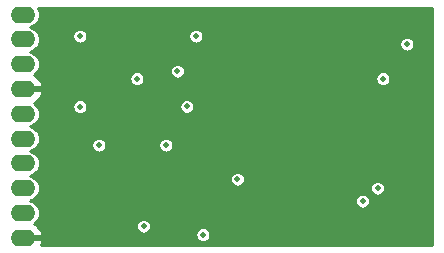
<source format=gbr>
%TF.GenerationSoftware,KiCad,Pcbnew,(5.1.9)-1*%
%TF.CreationDate,2022-04-05T10:11:24-05:00*%
%TF.ProjectId,iPod Bluetooth I2C Bridge,69506f64-2042-46c7-9565-746f6f746820,rev?*%
%TF.SameCoordinates,Original*%
%TF.FileFunction,Copper,L3,Inr*%
%TF.FilePolarity,Positive*%
%FSLAX46Y46*%
G04 Gerber Fmt 4.6, Leading zero omitted, Abs format (unit mm)*
G04 Created by KiCad (PCBNEW (5.1.9)-1) date 2022-04-05 10:11:24*
%MOMM*%
%LPD*%
G01*
G04 APERTURE LIST*
%TA.AperFunction,ComponentPad*%
%ADD10O,2.100000X1.400000*%
%TD*%
%TA.AperFunction,ViaPad*%
%ADD11C,0.508000*%
%TD*%
%TA.AperFunction,Conductor*%
%ADD12C,0.254000*%
%TD*%
%TA.AperFunction,Conductor*%
%ADD13C,0.100000*%
%TD*%
G04 APERTURE END LIST*
D10*
%TO.N,GND*%
%TO.C,J1*%
X34417000Y-49920000D03*
%TO.N,IIS_BCLK_1v8*%
X34417000Y-47820000D03*
%TO.N,IIS_WS_1v8*%
X34417000Y-45720000D03*
%TO.N,IIS_SD_1v8*%
X34417000Y-43620000D03*
%TO.N,RX*%
X34417000Y-41520000D03*
%TO.N,TX*%
X34417000Y-39420000D03*
%TO.N,GND*%
X34417000Y-37320000D03*
%TO.N,ESP_BOOT*%
X34417000Y-35220000D03*
%TO.N,RST*%
X34417000Y-33120000D03*
%TO.N,+BATT*%
X34417000Y-31020000D03*
%TD*%
D11*
%TO.N,+BATT*%
X39242948Y-38820000D03*
%TO.N,GND*%
X39242948Y-39878052D03*
X61341000Y-41656000D03*
X59817000Y-41656000D03*
X59461400Y-38633400D03*
X62001400Y-41224200D03*
X60579000Y-41808400D03*
X61696600Y-38633400D03*
X59156600Y-41224200D03*
X62509400Y-40665400D03*
X58648600Y-40665400D03*
X68326000Y-33528000D03*
X40386000Y-35814000D03*
X68250026Y-47041026D03*
X42754000Y-48940000D03*
X49022000Y-33782000D03*
X48345007Y-39919993D03*
X52705000Y-34798000D03*
X43053158Y-43307000D03*
X44196000Y-43307000D03*
X39242948Y-33909052D03*
%TO.N,+3V3*%
X66929000Y-33528000D03*
X52577984Y-44958000D03*
X44622000Y-48940050D03*
X49063983Y-32851017D03*
X46523976Y-42079010D03*
X47498000Y-35814000D03*
%TO.N,+1V8*%
X40851990Y-42079010D03*
X48283020Y-38800990D03*
%TO.N,TX*%
X64440024Y-45720000D03*
%TO.N,RX*%
X63170000Y-46812000D03*
%TO.N,+BATT*%
X39242948Y-32851000D03*
%TO.N,ESP_BOOT*%
X49657000Y-49657000D03*
%TO.N,RST*%
X44069004Y-36449000D03*
X64897000Y-36449000D03*
%TD*%
D12*
%TO.N,GND*%
X69088000Y-50569000D02*
X35938881Y-50569000D01*
X35947569Y-50556090D01*
X36048980Y-50313550D01*
X36059716Y-50253329D01*
X35936374Y-50047000D01*
X34544000Y-50047000D01*
X34544000Y-50067000D01*
X34290000Y-50067000D01*
X34290000Y-50047000D01*
X34270000Y-50047000D01*
X34270000Y-49793000D01*
X34290000Y-49793000D01*
X34290000Y-49773000D01*
X34544000Y-49773000D01*
X34544000Y-49793000D01*
X35936374Y-49793000D01*
X36055060Y-49594458D01*
X49022000Y-49594458D01*
X49022000Y-49719542D01*
X49046403Y-49842223D01*
X49094271Y-49957785D01*
X49163764Y-50061789D01*
X49252211Y-50150236D01*
X49356215Y-50219729D01*
X49471777Y-50267597D01*
X49594458Y-50292000D01*
X49719542Y-50292000D01*
X49842223Y-50267597D01*
X49957785Y-50219729D01*
X50061789Y-50150236D01*
X50150236Y-50061789D01*
X50219729Y-49957785D01*
X50267597Y-49842223D01*
X50292000Y-49719542D01*
X50292000Y-49594458D01*
X50267597Y-49471777D01*
X50219729Y-49356215D01*
X50150236Y-49252211D01*
X50061789Y-49163764D01*
X49957785Y-49094271D01*
X49842223Y-49046403D01*
X49719542Y-49022000D01*
X49594458Y-49022000D01*
X49471777Y-49046403D01*
X49356215Y-49094271D01*
X49252211Y-49163764D01*
X49163764Y-49252211D01*
X49094271Y-49356215D01*
X49046403Y-49471777D01*
X49022000Y-49594458D01*
X36055060Y-49594458D01*
X36059716Y-49586671D01*
X36048980Y-49526450D01*
X35947569Y-49283910D01*
X35800790Y-49065815D01*
X35614283Y-48880545D01*
X35609705Y-48877508D01*
X43987000Y-48877508D01*
X43987000Y-49002592D01*
X44011403Y-49125273D01*
X44059271Y-49240835D01*
X44128764Y-49344839D01*
X44217211Y-49433286D01*
X44321215Y-49502779D01*
X44436777Y-49550647D01*
X44559458Y-49575050D01*
X44684542Y-49575050D01*
X44807223Y-49550647D01*
X44922785Y-49502779D01*
X45026789Y-49433286D01*
X45115236Y-49344839D01*
X45184729Y-49240835D01*
X45232597Y-49125273D01*
X45257000Y-49002592D01*
X45257000Y-48877508D01*
X45232597Y-48754827D01*
X45184729Y-48639265D01*
X45115236Y-48535261D01*
X45026789Y-48446814D01*
X44922785Y-48377321D01*
X44807223Y-48329453D01*
X44684542Y-48305050D01*
X44559458Y-48305050D01*
X44436777Y-48329453D01*
X44321215Y-48377321D01*
X44217211Y-48446814D01*
X44128764Y-48535261D01*
X44059271Y-48639265D01*
X44011403Y-48754827D01*
X43987000Y-48877508D01*
X35609705Y-48877508D01*
X35395215Y-48735221D01*
X35368462Y-48724244D01*
X35370477Y-48723167D01*
X35535081Y-48588081D01*
X35670167Y-48423477D01*
X35770546Y-48235682D01*
X35832358Y-48031913D01*
X35853230Y-47820000D01*
X35832358Y-47608087D01*
X35770546Y-47404318D01*
X35670167Y-47216523D01*
X35535081Y-47051919D01*
X35370477Y-46916833D01*
X35182682Y-46816454D01*
X35029542Y-46770000D01*
X35097260Y-46749458D01*
X62535000Y-46749458D01*
X62535000Y-46874542D01*
X62559403Y-46997223D01*
X62607271Y-47112785D01*
X62676764Y-47216789D01*
X62765211Y-47305236D01*
X62869215Y-47374729D01*
X62984777Y-47422597D01*
X63107458Y-47447000D01*
X63232542Y-47447000D01*
X63355223Y-47422597D01*
X63470785Y-47374729D01*
X63574789Y-47305236D01*
X63663236Y-47216789D01*
X63732729Y-47112785D01*
X63780597Y-46997223D01*
X63805000Y-46874542D01*
X63805000Y-46749458D01*
X63780597Y-46626777D01*
X63732729Y-46511215D01*
X63663236Y-46407211D01*
X63574789Y-46318764D01*
X63470785Y-46249271D01*
X63355223Y-46201403D01*
X63232542Y-46177000D01*
X63107458Y-46177000D01*
X62984777Y-46201403D01*
X62869215Y-46249271D01*
X62765211Y-46318764D01*
X62676764Y-46407211D01*
X62607271Y-46511215D01*
X62559403Y-46626777D01*
X62535000Y-46749458D01*
X35097260Y-46749458D01*
X35182682Y-46723546D01*
X35370477Y-46623167D01*
X35535081Y-46488081D01*
X35670167Y-46323477D01*
X35770546Y-46135682D01*
X35832358Y-45931913D01*
X35853230Y-45720000D01*
X35847071Y-45657458D01*
X63805024Y-45657458D01*
X63805024Y-45782542D01*
X63829427Y-45905223D01*
X63877295Y-46020785D01*
X63946788Y-46124789D01*
X64035235Y-46213236D01*
X64139239Y-46282729D01*
X64254801Y-46330597D01*
X64377482Y-46355000D01*
X64502566Y-46355000D01*
X64625247Y-46330597D01*
X64740809Y-46282729D01*
X64844813Y-46213236D01*
X64933260Y-46124789D01*
X65002753Y-46020785D01*
X65050621Y-45905223D01*
X65075024Y-45782542D01*
X65075024Y-45657458D01*
X65050621Y-45534777D01*
X65002753Y-45419215D01*
X64933260Y-45315211D01*
X64844813Y-45226764D01*
X64740809Y-45157271D01*
X64625247Y-45109403D01*
X64502566Y-45085000D01*
X64377482Y-45085000D01*
X64254801Y-45109403D01*
X64139239Y-45157271D01*
X64035235Y-45226764D01*
X63946788Y-45315211D01*
X63877295Y-45419215D01*
X63829427Y-45534777D01*
X63805024Y-45657458D01*
X35847071Y-45657458D01*
X35832358Y-45508087D01*
X35770546Y-45304318D01*
X35670167Y-45116523D01*
X35535081Y-44951919D01*
X35466283Y-44895458D01*
X51942984Y-44895458D01*
X51942984Y-45020542D01*
X51967387Y-45143223D01*
X52015255Y-45258785D01*
X52084748Y-45362789D01*
X52173195Y-45451236D01*
X52277199Y-45520729D01*
X52392761Y-45568597D01*
X52515442Y-45593000D01*
X52640526Y-45593000D01*
X52763207Y-45568597D01*
X52878769Y-45520729D01*
X52982773Y-45451236D01*
X53071220Y-45362789D01*
X53140713Y-45258785D01*
X53188581Y-45143223D01*
X53212984Y-45020542D01*
X53212984Y-44895458D01*
X53188581Y-44772777D01*
X53140713Y-44657215D01*
X53071220Y-44553211D01*
X52982773Y-44464764D01*
X52878769Y-44395271D01*
X52763207Y-44347403D01*
X52640526Y-44323000D01*
X52515442Y-44323000D01*
X52392761Y-44347403D01*
X52277199Y-44395271D01*
X52173195Y-44464764D01*
X52084748Y-44553211D01*
X52015255Y-44657215D01*
X51967387Y-44772777D01*
X51942984Y-44895458D01*
X35466283Y-44895458D01*
X35370477Y-44816833D01*
X35182682Y-44716454D01*
X35029542Y-44670000D01*
X35182682Y-44623546D01*
X35370477Y-44523167D01*
X35535081Y-44388081D01*
X35670167Y-44223477D01*
X35770546Y-44035682D01*
X35832358Y-43831913D01*
X35853230Y-43620000D01*
X35832358Y-43408087D01*
X35770546Y-43204318D01*
X35670167Y-43016523D01*
X35535081Y-42851919D01*
X35370477Y-42716833D01*
X35182682Y-42616454D01*
X35029542Y-42570000D01*
X35182682Y-42523546D01*
X35370477Y-42423167D01*
X35535081Y-42288081D01*
X35670167Y-42123477D01*
X35727364Y-42016468D01*
X40216990Y-42016468D01*
X40216990Y-42141552D01*
X40241393Y-42264233D01*
X40289261Y-42379795D01*
X40358754Y-42483799D01*
X40447201Y-42572246D01*
X40551205Y-42641739D01*
X40666767Y-42689607D01*
X40789448Y-42714010D01*
X40914532Y-42714010D01*
X41037213Y-42689607D01*
X41152775Y-42641739D01*
X41256779Y-42572246D01*
X41345226Y-42483799D01*
X41414719Y-42379795D01*
X41462587Y-42264233D01*
X41486990Y-42141552D01*
X41486990Y-42016468D01*
X45888976Y-42016468D01*
X45888976Y-42141552D01*
X45913379Y-42264233D01*
X45961247Y-42379795D01*
X46030740Y-42483799D01*
X46119187Y-42572246D01*
X46223191Y-42641739D01*
X46338753Y-42689607D01*
X46461434Y-42714010D01*
X46586518Y-42714010D01*
X46709199Y-42689607D01*
X46824761Y-42641739D01*
X46928765Y-42572246D01*
X47017212Y-42483799D01*
X47086705Y-42379795D01*
X47134573Y-42264233D01*
X47158976Y-42141552D01*
X47158976Y-42016468D01*
X47134573Y-41893787D01*
X47086705Y-41778225D01*
X47017212Y-41674221D01*
X46928765Y-41585774D01*
X46824761Y-41516281D01*
X46709199Y-41468413D01*
X46586518Y-41444010D01*
X46461434Y-41444010D01*
X46338753Y-41468413D01*
X46223191Y-41516281D01*
X46119187Y-41585774D01*
X46030740Y-41674221D01*
X45961247Y-41778225D01*
X45913379Y-41893787D01*
X45888976Y-42016468D01*
X41486990Y-42016468D01*
X41462587Y-41893787D01*
X41414719Y-41778225D01*
X41345226Y-41674221D01*
X41256779Y-41585774D01*
X41152775Y-41516281D01*
X41037213Y-41468413D01*
X40914532Y-41444010D01*
X40789448Y-41444010D01*
X40666767Y-41468413D01*
X40551205Y-41516281D01*
X40447201Y-41585774D01*
X40358754Y-41674221D01*
X40289261Y-41778225D01*
X40241393Y-41893787D01*
X40216990Y-42016468D01*
X35727364Y-42016468D01*
X35770546Y-41935682D01*
X35832358Y-41731913D01*
X35853230Y-41520000D01*
X35832358Y-41308087D01*
X35770546Y-41104318D01*
X35670167Y-40916523D01*
X35535081Y-40751919D01*
X35370477Y-40616833D01*
X35182682Y-40516454D01*
X35029542Y-40470000D01*
X35182682Y-40423546D01*
X35370477Y-40323167D01*
X35535081Y-40188081D01*
X35670167Y-40023477D01*
X35770546Y-39835682D01*
X35832358Y-39631913D01*
X35853230Y-39420000D01*
X35832358Y-39208087D01*
X35770546Y-39004318D01*
X35670167Y-38816523D01*
X35621694Y-38757458D01*
X38607948Y-38757458D01*
X38607948Y-38882542D01*
X38632351Y-39005223D01*
X38680219Y-39120785D01*
X38749712Y-39224789D01*
X38838159Y-39313236D01*
X38942163Y-39382729D01*
X39057725Y-39430597D01*
X39180406Y-39455000D01*
X39305490Y-39455000D01*
X39428171Y-39430597D01*
X39543733Y-39382729D01*
X39647737Y-39313236D01*
X39736184Y-39224789D01*
X39805677Y-39120785D01*
X39853545Y-39005223D01*
X39877948Y-38882542D01*
X39877948Y-38757458D01*
X39874167Y-38738448D01*
X47648020Y-38738448D01*
X47648020Y-38863532D01*
X47672423Y-38986213D01*
X47720291Y-39101775D01*
X47789784Y-39205779D01*
X47878231Y-39294226D01*
X47982235Y-39363719D01*
X48097797Y-39411587D01*
X48220478Y-39435990D01*
X48345562Y-39435990D01*
X48468243Y-39411587D01*
X48583805Y-39363719D01*
X48687809Y-39294226D01*
X48776256Y-39205779D01*
X48845749Y-39101775D01*
X48893617Y-38986213D01*
X48918020Y-38863532D01*
X48918020Y-38738448D01*
X48893617Y-38615767D01*
X48845749Y-38500205D01*
X48776256Y-38396201D01*
X48687809Y-38307754D01*
X48583805Y-38238261D01*
X48468243Y-38190393D01*
X48345562Y-38165990D01*
X48220478Y-38165990D01*
X48097797Y-38190393D01*
X47982235Y-38238261D01*
X47878231Y-38307754D01*
X47789784Y-38396201D01*
X47720291Y-38500205D01*
X47672423Y-38615767D01*
X47648020Y-38738448D01*
X39874167Y-38738448D01*
X39853545Y-38634777D01*
X39805677Y-38519215D01*
X39736184Y-38415211D01*
X39647737Y-38326764D01*
X39543733Y-38257271D01*
X39428171Y-38209403D01*
X39305490Y-38185000D01*
X39180406Y-38185000D01*
X39057725Y-38209403D01*
X38942163Y-38257271D01*
X38838159Y-38326764D01*
X38749712Y-38415211D01*
X38680219Y-38519215D01*
X38632351Y-38634777D01*
X38607948Y-38757458D01*
X35621694Y-38757458D01*
X35535081Y-38651919D01*
X35370477Y-38516833D01*
X35368462Y-38515756D01*
X35395215Y-38504779D01*
X35614283Y-38359455D01*
X35800790Y-38174185D01*
X35947569Y-37956090D01*
X36048980Y-37713550D01*
X36059716Y-37653329D01*
X35936374Y-37447000D01*
X34544000Y-37447000D01*
X34544000Y-37467000D01*
X34290000Y-37467000D01*
X34290000Y-37447000D01*
X34270000Y-37447000D01*
X34270000Y-37193000D01*
X34290000Y-37193000D01*
X34290000Y-37173000D01*
X34544000Y-37173000D01*
X34544000Y-37193000D01*
X35936374Y-37193000D01*
X36059716Y-36986671D01*
X36048980Y-36926450D01*
X35947569Y-36683910D01*
X35800790Y-36465815D01*
X35720904Y-36386458D01*
X43434004Y-36386458D01*
X43434004Y-36511542D01*
X43458407Y-36634223D01*
X43506275Y-36749785D01*
X43575768Y-36853789D01*
X43664215Y-36942236D01*
X43768219Y-37011729D01*
X43883781Y-37059597D01*
X44006462Y-37084000D01*
X44131546Y-37084000D01*
X44254227Y-37059597D01*
X44369789Y-37011729D01*
X44473793Y-36942236D01*
X44562240Y-36853789D01*
X44631733Y-36749785D01*
X44679601Y-36634223D01*
X44704004Y-36511542D01*
X44704004Y-36386458D01*
X44679601Y-36263777D01*
X44631733Y-36148215D01*
X44562240Y-36044211D01*
X44473793Y-35955764D01*
X44369789Y-35886271D01*
X44254227Y-35838403D01*
X44131546Y-35814000D01*
X44006462Y-35814000D01*
X43883781Y-35838403D01*
X43768219Y-35886271D01*
X43664215Y-35955764D01*
X43575768Y-36044211D01*
X43506275Y-36148215D01*
X43458407Y-36263777D01*
X43434004Y-36386458D01*
X35720904Y-36386458D01*
X35614283Y-36280545D01*
X35395215Y-36135221D01*
X35368462Y-36124244D01*
X35370477Y-36123167D01*
X35535081Y-35988081D01*
X35670167Y-35823477D01*
X35708662Y-35751458D01*
X46863000Y-35751458D01*
X46863000Y-35876542D01*
X46887403Y-35999223D01*
X46935271Y-36114785D01*
X47004764Y-36218789D01*
X47093211Y-36307236D01*
X47197215Y-36376729D01*
X47312777Y-36424597D01*
X47435458Y-36449000D01*
X47560542Y-36449000D01*
X47683223Y-36424597D01*
X47775297Y-36386458D01*
X64262000Y-36386458D01*
X64262000Y-36511542D01*
X64286403Y-36634223D01*
X64334271Y-36749785D01*
X64403764Y-36853789D01*
X64492211Y-36942236D01*
X64596215Y-37011729D01*
X64711777Y-37059597D01*
X64834458Y-37084000D01*
X64959542Y-37084000D01*
X65082223Y-37059597D01*
X65197785Y-37011729D01*
X65301789Y-36942236D01*
X65390236Y-36853789D01*
X65459729Y-36749785D01*
X65507597Y-36634223D01*
X65532000Y-36511542D01*
X65532000Y-36386458D01*
X65507597Y-36263777D01*
X65459729Y-36148215D01*
X65390236Y-36044211D01*
X65301789Y-35955764D01*
X65197785Y-35886271D01*
X65082223Y-35838403D01*
X64959542Y-35814000D01*
X64834458Y-35814000D01*
X64711777Y-35838403D01*
X64596215Y-35886271D01*
X64492211Y-35955764D01*
X64403764Y-36044211D01*
X64334271Y-36148215D01*
X64286403Y-36263777D01*
X64262000Y-36386458D01*
X47775297Y-36386458D01*
X47798785Y-36376729D01*
X47902789Y-36307236D01*
X47991236Y-36218789D01*
X48060729Y-36114785D01*
X48108597Y-35999223D01*
X48133000Y-35876542D01*
X48133000Y-35751458D01*
X48108597Y-35628777D01*
X48060729Y-35513215D01*
X47991236Y-35409211D01*
X47902789Y-35320764D01*
X47798785Y-35251271D01*
X47683223Y-35203403D01*
X47560542Y-35179000D01*
X47435458Y-35179000D01*
X47312777Y-35203403D01*
X47197215Y-35251271D01*
X47093211Y-35320764D01*
X47004764Y-35409211D01*
X46935271Y-35513215D01*
X46887403Y-35628777D01*
X46863000Y-35751458D01*
X35708662Y-35751458D01*
X35770546Y-35635682D01*
X35832358Y-35431913D01*
X35853230Y-35220000D01*
X35832358Y-35008087D01*
X35770546Y-34804318D01*
X35670167Y-34616523D01*
X35535081Y-34451919D01*
X35370477Y-34316833D01*
X35182682Y-34216454D01*
X35029542Y-34170000D01*
X35182682Y-34123546D01*
X35370477Y-34023167D01*
X35535081Y-33888081D01*
X35670167Y-33723477D01*
X35770546Y-33535682D01*
X35832358Y-33331913D01*
X35853230Y-33120000D01*
X35832358Y-32908087D01*
X35796070Y-32788458D01*
X38607948Y-32788458D01*
X38607948Y-32913542D01*
X38632351Y-33036223D01*
X38680219Y-33151785D01*
X38749712Y-33255789D01*
X38838159Y-33344236D01*
X38942163Y-33413729D01*
X39057725Y-33461597D01*
X39180406Y-33486000D01*
X39305490Y-33486000D01*
X39428171Y-33461597D01*
X39543733Y-33413729D01*
X39647737Y-33344236D01*
X39736184Y-33255789D01*
X39805677Y-33151785D01*
X39853545Y-33036223D01*
X39877948Y-32913542D01*
X39877948Y-32788475D01*
X48428983Y-32788475D01*
X48428983Y-32913559D01*
X48453386Y-33036240D01*
X48501254Y-33151802D01*
X48570747Y-33255806D01*
X48659194Y-33344253D01*
X48763198Y-33413746D01*
X48878760Y-33461614D01*
X49001441Y-33486017D01*
X49126525Y-33486017D01*
X49229881Y-33465458D01*
X66294000Y-33465458D01*
X66294000Y-33590542D01*
X66318403Y-33713223D01*
X66366271Y-33828785D01*
X66435764Y-33932789D01*
X66524211Y-34021236D01*
X66628215Y-34090729D01*
X66743777Y-34138597D01*
X66866458Y-34163000D01*
X66991542Y-34163000D01*
X67114223Y-34138597D01*
X67229785Y-34090729D01*
X67333789Y-34021236D01*
X67422236Y-33932789D01*
X67491729Y-33828785D01*
X67539597Y-33713223D01*
X67564000Y-33590542D01*
X67564000Y-33465458D01*
X67539597Y-33342777D01*
X67491729Y-33227215D01*
X67422236Y-33123211D01*
X67333789Y-33034764D01*
X67229785Y-32965271D01*
X67114223Y-32917403D01*
X66991542Y-32893000D01*
X66866458Y-32893000D01*
X66743777Y-32917403D01*
X66628215Y-32965271D01*
X66524211Y-33034764D01*
X66435764Y-33123211D01*
X66366271Y-33227215D01*
X66318403Y-33342777D01*
X66294000Y-33465458D01*
X49229881Y-33465458D01*
X49249206Y-33461614D01*
X49364768Y-33413746D01*
X49468772Y-33344253D01*
X49557219Y-33255806D01*
X49626712Y-33151802D01*
X49674580Y-33036240D01*
X49698983Y-32913559D01*
X49698983Y-32788475D01*
X49674580Y-32665794D01*
X49626712Y-32550232D01*
X49557219Y-32446228D01*
X49468772Y-32357781D01*
X49364768Y-32288288D01*
X49249206Y-32240420D01*
X49126525Y-32216017D01*
X49001441Y-32216017D01*
X48878760Y-32240420D01*
X48763198Y-32288288D01*
X48659194Y-32357781D01*
X48570747Y-32446228D01*
X48501254Y-32550232D01*
X48453386Y-32665794D01*
X48428983Y-32788475D01*
X39877948Y-32788475D01*
X39877948Y-32788458D01*
X39853545Y-32665777D01*
X39805677Y-32550215D01*
X39736184Y-32446211D01*
X39647737Y-32357764D01*
X39543733Y-32288271D01*
X39428171Y-32240403D01*
X39305490Y-32216000D01*
X39180406Y-32216000D01*
X39057725Y-32240403D01*
X38942163Y-32288271D01*
X38838159Y-32357764D01*
X38749712Y-32446211D01*
X38680219Y-32550215D01*
X38632351Y-32665777D01*
X38607948Y-32788458D01*
X35796070Y-32788458D01*
X35770546Y-32704318D01*
X35670167Y-32516523D01*
X35535081Y-32351919D01*
X35370477Y-32216833D01*
X35182682Y-32116454D01*
X35029542Y-32070000D01*
X35182682Y-32023546D01*
X35370477Y-31923167D01*
X35535081Y-31788081D01*
X35670167Y-31623477D01*
X35770546Y-31435682D01*
X35832358Y-31231913D01*
X35853230Y-31020000D01*
X35832358Y-30808087D01*
X35770546Y-30604318D01*
X35677905Y-30431000D01*
X69088000Y-30431000D01*
X69088000Y-50569000D01*
%TA.AperFunction,Conductor*%
D13*
G36*
X69088000Y-50569000D02*
G01*
X35938881Y-50569000D01*
X35947569Y-50556090D01*
X36048980Y-50313550D01*
X36059716Y-50253329D01*
X35936374Y-50047000D01*
X34544000Y-50047000D01*
X34544000Y-50067000D01*
X34290000Y-50067000D01*
X34290000Y-50047000D01*
X34270000Y-50047000D01*
X34270000Y-49793000D01*
X34290000Y-49793000D01*
X34290000Y-49773000D01*
X34544000Y-49773000D01*
X34544000Y-49793000D01*
X35936374Y-49793000D01*
X36055060Y-49594458D01*
X49022000Y-49594458D01*
X49022000Y-49719542D01*
X49046403Y-49842223D01*
X49094271Y-49957785D01*
X49163764Y-50061789D01*
X49252211Y-50150236D01*
X49356215Y-50219729D01*
X49471777Y-50267597D01*
X49594458Y-50292000D01*
X49719542Y-50292000D01*
X49842223Y-50267597D01*
X49957785Y-50219729D01*
X50061789Y-50150236D01*
X50150236Y-50061789D01*
X50219729Y-49957785D01*
X50267597Y-49842223D01*
X50292000Y-49719542D01*
X50292000Y-49594458D01*
X50267597Y-49471777D01*
X50219729Y-49356215D01*
X50150236Y-49252211D01*
X50061789Y-49163764D01*
X49957785Y-49094271D01*
X49842223Y-49046403D01*
X49719542Y-49022000D01*
X49594458Y-49022000D01*
X49471777Y-49046403D01*
X49356215Y-49094271D01*
X49252211Y-49163764D01*
X49163764Y-49252211D01*
X49094271Y-49356215D01*
X49046403Y-49471777D01*
X49022000Y-49594458D01*
X36055060Y-49594458D01*
X36059716Y-49586671D01*
X36048980Y-49526450D01*
X35947569Y-49283910D01*
X35800790Y-49065815D01*
X35614283Y-48880545D01*
X35609705Y-48877508D01*
X43987000Y-48877508D01*
X43987000Y-49002592D01*
X44011403Y-49125273D01*
X44059271Y-49240835D01*
X44128764Y-49344839D01*
X44217211Y-49433286D01*
X44321215Y-49502779D01*
X44436777Y-49550647D01*
X44559458Y-49575050D01*
X44684542Y-49575050D01*
X44807223Y-49550647D01*
X44922785Y-49502779D01*
X45026789Y-49433286D01*
X45115236Y-49344839D01*
X45184729Y-49240835D01*
X45232597Y-49125273D01*
X45257000Y-49002592D01*
X45257000Y-48877508D01*
X45232597Y-48754827D01*
X45184729Y-48639265D01*
X45115236Y-48535261D01*
X45026789Y-48446814D01*
X44922785Y-48377321D01*
X44807223Y-48329453D01*
X44684542Y-48305050D01*
X44559458Y-48305050D01*
X44436777Y-48329453D01*
X44321215Y-48377321D01*
X44217211Y-48446814D01*
X44128764Y-48535261D01*
X44059271Y-48639265D01*
X44011403Y-48754827D01*
X43987000Y-48877508D01*
X35609705Y-48877508D01*
X35395215Y-48735221D01*
X35368462Y-48724244D01*
X35370477Y-48723167D01*
X35535081Y-48588081D01*
X35670167Y-48423477D01*
X35770546Y-48235682D01*
X35832358Y-48031913D01*
X35853230Y-47820000D01*
X35832358Y-47608087D01*
X35770546Y-47404318D01*
X35670167Y-47216523D01*
X35535081Y-47051919D01*
X35370477Y-46916833D01*
X35182682Y-46816454D01*
X35029542Y-46770000D01*
X35097260Y-46749458D01*
X62535000Y-46749458D01*
X62535000Y-46874542D01*
X62559403Y-46997223D01*
X62607271Y-47112785D01*
X62676764Y-47216789D01*
X62765211Y-47305236D01*
X62869215Y-47374729D01*
X62984777Y-47422597D01*
X63107458Y-47447000D01*
X63232542Y-47447000D01*
X63355223Y-47422597D01*
X63470785Y-47374729D01*
X63574789Y-47305236D01*
X63663236Y-47216789D01*
X63732729Y-47112785D01*
X63780597Y-46997223D01*
X63805000Y-46874542D01*
X63805000Y-46749458D01*
X63780597Y-46626777D01*
X63732729Y-46511215D01*
X63663236Y-46407211D01*
X63574789Y-46318764D01*
X63470785Y-46249271D01*
X63355223Y-46201403D01*
X63232542Y-46177000D01*
X63107458Y-46177000D01*
X62984777Y-46201403D01*
X62869215Y-46249271D01*
X62765211Y-46318764D01*
X62676764Y-46407211D01*
X62607271Y-46511215D01*
X62559403Y-46626777D01*
X62535000Y-46749458D01*
X35097260Y-46749458D01*
X35182682Y-46723546D01*
X35370477Y-46623167D01*
X35535081Y-46488081D01*
X35670167Y-46323477D01*
X35770546Y-46135682D01*
X35832358Y-45931913D01*
X35853230Y-45720000D01*
X35847071Y-45657458D01*
X63805024Y-45657458D01*
X63805024Y-45782542D01*
X63829427Y-45905223D01*
X63877295Y-46020785D01*
X63946788Y-46124789D01*
X64035235Y-46213236D01*
X64139239Y-46282729D01*
X64254801Y-46330597D01*
X64377482Y-46355000D01*
X64502566Y-46355000D01*
X64625247Y-46330597D01*
X64740809Y-46282729D01*
X64844813Y-46213236D01*
X64933260Y-46124789D01*
X65002753Y-46020785D01*
X65050621Y-45905223D01*
X65075024Y-45782542D01*
X65075024Y-45657458D01*
X65050621Y-45534777D01*
X65002753Y-45419215D01*
X64933260Y-45315211D01*
X64844813Y-45226764D01*
X64740809Y-45157271D01*
X64625247Y-45109403D01*
X64502566Y-45085000D01*
X64377482Y-45085000D01*
X64254801Y-45109403D01*
X64139239Y-45157271D01*
X64035235Y-45226764D01*
X63946788Y-45315211D01*
X63877295Y-45419215D01*
X63829427Y-45534777D01*
X63805024Y-45657458D01*
X35847071Y-45657458D01*
X35832358Y-45508087D01*
X35770546Y-45304318D01*
X35670167Y-45116523D01*
X35535081Y-44951919D01*
X35466283Y-44895458D01*
X51942984Y-44895458D01*
X51942984Y-45020542D01*
X51967387Y-45143223D01*
X52015255Y-45258785D01*
X52084748Y-45362789D01*
X52173195Y-45451236D01*
X52277199Y-45520729D01*
X52392761Y-45568597D01*
X52515442Y-45593000D01*
X52640526Y-45593000D01*
X52763207Y-45568597D01*
X52878769Y-45520729D01*
X52982773Y-45451236D01*
X53071220Y-45362789D01*
X53140713Y-45258785D01*
X53188581Y-45143223D01*
X53212984Y-45020542D01*
X53212984Y-44895458D01*
X53188581Y-44772777D01*
X53140713Y-44657215D01*
X53071220Y-44553211D01*
X52982773Y-44464764D01*
X52878769Y-44395271D01*
X52763207Y-44347403D01*
X52640526Y-44323000D01*
X52515442Y-44323000D01*
X52392761Y-44347403D01*
X52277199Y-44395271D01*
X52173195Y-44464764D01*
X52084748Y-44553211D01*
X52015255Y-44657215D01*
X51967387Y-44772777D01*
X51942984Y-44895458D01*
X35466283Y-44895458D01*
X35370477Y-44816833D01*
X35182682Y-44716454D01*
X35029542Y-44670000D01*
X35182682Y-44623546D01*
X35370477Y-44523167D01*
X35535081Y-44388081D01*
X35670167Y-44223477D01*
X35770546Y-44035682D01*
X35832358Y-43831913D01*
X35853230Y-43620000D01*
X35832358Y-43408087D01*
X35770546Y-43204318D01*
X35670167Y-43016523D01*
X35535081Y-42851919D01*
X35370477Y-42716833D01*
X35182682Y-42616454D01*
X35029542Y-42570000D01*
X35182682Y-42523546D01*
X35370477Y-42423167D01*
X35535081Y-42288081D01*
X35670167Y-42123477D01*
X35727364Y-42016468D01*
X40216990Y-42016468D01*
X40216990Y-42141552D01*
X40241393Y-42264233D01*
X40289261Y-42379795D01*
X40358754Y-42483799D01*
X40447201Y-42572246D01*
X40551205Y-42641739D01*
X40666767Y-42689607D01*
X40789448Y-42714010D01*
X40914532Y-42714010D01*
X41037213Y-42689607D01*
X41152775Y-42641739D01*
X41256779Y-42572246D01*
X41345226Y-42483799D01*
X41414719Y-42379795D01*
X41462587Y-42264233D01*
X41486990Y-42141552D01*
X41486990Y-42016468D01*
X45888976Y-42016468D01*
X45888976Y-42141552D01*
X45913379Y-42264233D01*
X45961247Y-42379795D01*
X46030740Y-42483799D01*
X46119187Y-42572246D01*
X46223191Y-42641739D01*
X46338753Y-42689607D01*
X46461434Y-42714010D01*
X46586518Y-42714010D01*
X46709199Y-42689607D01*
X46824761Y-42641739D01*
X46928765Y-42572246D01*
X47017212Y-42483799D01*
X47086705Y-42379795D01*
X47134573Y-42264233D01*
X47158976Y-42141552D01*
X47158976Y-42016468D01*
X47134573Y-41893787D01*
X47086705Y-41778225D01*
X47017212Y-41674221D01*
X46928765Y-41585774D01*
X46824761Y-41516281D01*
X46709199Y-41468413D01*
X46586518Y-41444010D01*
X46461434Y-41444010D01*
X46338753Y-41468413D01*
X46223191Y-41516281D01*
X46119187Y-41585774D01*
X46030740Y-41674221D01*
X45961247Y-41778225D01*
X45913379Y-41893787D01*
X45888976Y-42016468D01*
X41486990Y-42016468D01*
X41462587Y-41893787D01*
X41414719Y-41778225D01*
X41345226Y-41674221D01*
X41256779Y-41585774D01*
X41152775Y-41516281D01*
X41037213Y-41468413D01*
X40914532Y-41444010D01*
X40789448Y-41444010D01*
X40666767Y-41468413D01*
X40551205Y-41516281D01*
X40447201Y-41585774D01*
X40358754Y-41674221D01*
X40289261Y-41778225D01*
X40241393Y-41893787D01*
X40216990Y-42016468D01*
X35727364Y-42016468D01*
X35770546Y-41935682D01*
X35832358Y-41731913D01*
X35853230Y-41520000D01*
X35832358Y-41308087D01*
X35770546Y-41104318D01*
X35670167Y-40916523D01*
X35535081Y-40751919D01*
X35370477Y-40616833D01*
X35182682Y-40516454D01*
X35029542Y-40470000D01*
X35182682Y-40423546D01*
X35370477Y-40323167D01*
X35535081Y-40188081D01*
X35670167Y-40023477D01*
X35770546Y-39835682D01*
X35832358Y-39631913D01*
X35853230Y-39420000D01*
X35832358Y-39208087D01*
X35770546Y-39004318D01*
X35670167Y-38816523D01*
X35621694Y-38757458D01*
X38607948Y-38757458D01*
X38607948Y-38882542D01*
X38632351Y-39005223D01*
X38680219Y-39120785D01*
X38749712Y-39224789D01*
X38838159Y-39313236D01*
X38942163Y-39382729D01*
X39057725Y-39430597D01*
X39180406Y-39455000D01*
X39305490Y-39455000D01*
X39428171Y-39430597D01*
X39543733Y-39382729D01*
X39647737Y-39313236D01*
X39736184Y-39224789D01*
X39805677Y-39120785D01*
X39853545Y-39005223D01*
X39877948Y-38882542D01*
X39877948Y-38757458D01*
X39874167Y-38738448D01*
X47648020Y-38738448D01*
X47648020Y-38863532D01*
X47672423Y-38986213D01*
X47720291Y-39101775D01*
X47789784Y-39205779D01*
X47878231Y-39294226D01*
X47982235Y-39363719D01*
X48097797Y-39411587D01*
X48220478Y-39435990D01*
X48345562Y-39435990D01*
X48468243Y-39411587D01*
X48583805Y-39363719D01*
X48687809Y-39294226D01*
X48776256Y-39205779D01*
X48845749Y-39101775D01*
X48893617Y-38986213D01*
X48918020Y-38863532D01*
X48918020Y-38738448D01*
X48893617Y-38615767D01*
X48845749Y-38500205D01*
X48776256Y-38396201D01*
X48687809Y-38307754D01*
X48583805Y-38238261D01*
X48468243Y-38190393D01*
X48345562Y-38165990D01*
X48220478Y-38165990D01*
X48097797Y-38190393D01*
X47982235Y-38238261D01*
X47878231Y-38307754D01*
X47789784Y-38396201D01*
X47720291Y-38500205D01*
X47672423Y-38615767D01*
X47648020Y-38738448D01*
X39874167Y-38738448D01*
X39853545Y-38634777D01*
X39805677Y-38519215D01*
X39736184Y-38415211D01*
X39647737Y-38326764D01*
X39543733Y-38257271D01*
X39428171Y-38209403D01*
X39305490Y-38185000D01*
X39180406Y-38185000D01*
X39057725Y-38209403D01*
X38942163Y-38257271D01*
X38838159Y-38326764D01*
X38749712Y-38415211D01*
X38680219Y-38519215D01*
X38632351Y-38634777D01*
X38607948Y-38757458D01*
X35621694Y-38757458D01*
X35535081Y-38651919D01*
X35370477Y-38516833D01*
X35368462Y-38515756D01*
X35395215Y-38504779D01*
X35614283Y-38359455D01*
X35800790Y-38174185D01*
X35947569Y-37956090D01*
X36048980Y-37713550D01*
X36059716Y-37653329D01*
X35936374Y-37447000D01*
X34544000Y-37447000D01*
X34544000Y-37467000D01*
X34290000Y-37467000D01*
X34290000Y-37447000D01*
X34270000Y-37447000D01*
X34270000Y-37193000D01*
X34290000Y-37193000D01*
X34290000Y-37173000D01*
X34544000Y-37173000D01*
X34544000Y-37193000D01*
X35936374Y-37193000D01*
X36059716Y-36986671D01*
X36048980Y-36926450D01*
X35947569Y-36683910D01*
X35800790Y-36465815D01*
X35720904Y-36386458D01*
X43434004Y-36386458D01*
X43434004Y-36511542D01*
X43458407Y-36634223D01*
X43506275Y-36749785D01*
X43575768Y-36853789D01*
X43664215Y-36942236D01*
X43768219Y-37011729D01*
X43883781Y-37059597D01*
X44006462Y-37084000D01*
X44131546Y-37084000D01*
X44254227Y-37059597D01*
X44369789Y-37011729D01*
X44473793Y-36942236D01*
X44562240Y-36853789D01*
X44631733Y-36749785D01*
X44679601Y-36634223D01*
X44704004Y-36511542D01*
X44704004Y-36386458D01*
X44679601Y-36263777D01*
X44631733Y-36148215D01*
X44562240Y-36044211D01*
X44473793Y-35955764D01*
X44369789Y-35886271D01*
X44254227Y-35838403D01*
X44131546Y-35814000D01*
X44006462Y-35814000D01*
X43883781Y-35838403D01*
X43768219Y-35886271D01*
X43664215Y-35955764D01*
X43575768Y-36044211D01*
X43506275Y-36148215D01*
X43458407Y-36263777D01*
X43434004Y-36386458D01*
X35720904Y-36386458D01*
X35614283Y-36280545D01*
X35395215Y-36135221D01*
X35368462Y-36124244D01*
X35370477Y-36123167D01*
X35535081Y-35988081D01*
X35670167Y-35823477D01*
X35708662Y-35751458D01*
X46863000Y-35751458D01*
X46863000Y-35876542D01*
X46887403Y-35999223D01*
X46935271Y-36114785D01*
X47004764Y-36218789D01*
X47093211Y-36307236D01*
X47197215Y-36376729D01*
X47312777Y-36424597D01*
X47435458Y-36449000D01*
X47560542Y-36449000D01*
X47683223Y-36424597D01*
X47775297Y-36386458D01*
X64262000Y-36386458D01*
X64262000Y-36511542D01*
X64286403Y-36634223D01*
X64334271Y-36749785D01*
X64403764Y-36853789D01*
X64492211Y-36942236D01*
X64596215Y-37011729D01*
X64711777Y-37059597D01*
X64834458Y-37084000D01*
X64959542Y-37084000D01*
X65082223Y-37059597D01*
X65197785Y-37011729D01*
X65301789Y-36942236D01*
X65390236Y-36853789D01*
X65459729Y-36749785D01*
X65507597Y-36634223D01*
X65532000Y-36511542D01*
X65532000Y-36386458D01*
X65507597Y-36263777D01*
X65459729Y-36148215D01*
X65390236Y-36044211D01*
X65301789Y-35955764D01*
X65197785Y-35886271D01*
X65082223Y-35838403D01*
X64959542Y-35814000D01*
X64834458Y-35814000D01*
X64711777Y-35838403D01*
X64596215Y-35886271D01*
X64492211Y-35955764D01*
X64403764Y-36044211D01*
X64334271Y-36148215D01*
X64286403Y-36263777D01*
X64262000Y-36386458D01*
X47775297Y-36386458D01*
X47798785Y-36376729D01*
X47902789Y-36307236D01*
X47991236Y-36218789D01*
X48060729Y-36114785D01*
X48108597Y-35999223D01*
X48133000Y-35876542D01*
X48133000Y-35751458D01*
X48108597Y-35628777D01*
X48060729Y-35513215D01*
X47991236Y-35409211D01*
X47902789Y-35320764D01*
X47798785Y-35251271D01*
X47683223Y-35203403D01*
X47560542Y-35179000D01*
X47435458Y-35179000D01*
X47312777Y-35203403D01*
X47197215Y-35251271D01*
X47093211Y-35320764D01*
X47004764Y-35409211D01*
X46935271Y-35513215D01*
X46887403Y-35628777D01*
X46863000Y-35751458D01*
X35708662Y-35751458D01*
X35770546Y-35635682D01*
X35832358Y-35431913D01*
X35853230Y-35220000D01*
X35832358Y-35008087D01*
X35770546Y-34804318D01*
X35670167Y-34616523D01*
X35535081Y-34451919D01*
X35370477Y-34316833D01*
X35182682Y-34216454D01*
X35029542Y-34170000D01*
X35182682Y-34123546D01*
X35370477Y-34023167D01*
X35535081Y-33888081D01*
X35670167Y-33723477D01*
X35770546Y-33535682D01*
X35832358Y-33331913D01*
X35853230Y-33120000D01*
X35832358Y-32908087D01*
X35796070Y-32788458D01*
X38607948Y-32788458D01*
X38607948Y-32913542D01*
X38632351Y-33036223D01*
X38680219Y-33151785D01*
X38749712Y-33255789D01*
X38838159Y-33344236D01*
X38942163Y-33413729D01*
X39057725Y-33461597D01*
X39180406Y-33486000D01*
X39305490Y-33486000D01*
X39428171Y-33461597D01*
X39543733Y-33413729D01*
X39647737Y-33344236D01*
X39736184Y-33255789D01*
X39805677Y-33151785D01*
X39853545Y-33036223D01*
X39877948Y-32913542D01*
X39877948Y-32788475D01*
X48428983Y-32788475D01*
X48428983Y-32913559D01*
X48453386Y-33036240D01*
X48501254Y-33151802D01*
X48570747Y-33255806D01*
X48659194Y-33344253D01*
X48763198Y-33413746D01*
X48878760Y-33461614D01*
X49001441Y-33486017D01*
X49126525Y-33486017D01*
X49229881Y-33465458D01*
X66294000Y-33465458D01*
X66294000Y-33590542D01*
X66318403Y-33713223D01*
X66366271Y-33828785D01*
X66435764Y-33932789D01*
X66524211Y-34021236D01*
X66628215Y-34090729D01*
X66743777Y-34138597D01*
X66866458Y-34163000D01*
X66991542Y-34163000D01*
X67114223Y-34138597D01*
X67229785Y-34090729D01*
X67333789Y-34021236D01*
X67422236Y-33932789D01*
X67491729Y-33828785D01*
X67539597Y-33713223D01*
X67564000Y-33590542D01*
X67564000Y-33465458D01*
X67539597Y-33342777D01*
X67491729Y-33227215D01*
X67422236Y-33123211D01*
X67333789Y-33034764D01*
X67229785Y-32965271D01*
X67114223Y-32917403D01*
X66991542Y-32893000D01*
X66866458Y-32893000D01*
X66743777Y-32917403D01*
X66628215Y-32965271D01*
X66524211Y-33034764D01*
X66435764Y-33123211D01*
X66366271Y-33227215D01*
X66318403Y-33342777D01*
X66294000Y-33465458D01*
X49229881Y-33465458D01*
X49249206Y-33461614D01*
X49364768Y-33413746D01*
X49468772Y-33344253D01*
X49557219Y-33255806D01*
X49626712Y-33151802D01*
X49674580Y-33036240D01*
X49698983Y-32913559D01*
X49698983Y-32788475D01*
X49674580Y-32665794D01*
X49626712Y-32550232D01*
X49557219Y-32446228D01*
X49468772Y-32357781D01*
X49364768Y-32288288D01*
X49249206Y-32240420D01*
X49126525Y-32216017D01*
X49001441Y-32216017D01*
X48878760Y-32240420D01*
X48763198Y-32288288D01*
X48659194Y-32357781D01*
X48570747Y-32446228D01*
X48501254Y-32550232D01*
X48453386Y-32665794D01*
X48428983Y-32788475D01*
X39877948Y-32788475D01*
X39877948Y-32788458D01*
X39853545Y-32665777D01*
X39805677Y-32550215D01*
X39736184Y-32446211D01*
X39647737Y-32357764D01*
X39543733Y-32288271D01*
X39428171Y-32240403D01*
X39305490Y-32216000D01*
X39180406Y-32216000D01*
X39057725Y-32240403D01*
X38942163Y-32288271D01*
X38838159Y-32357764D01*
X38749712Y-32446211D01*
X38680219Y-32550215D01*
X38632351Y-32665777D01*
X38607948Y-32788458D01*
X35796070Y-32788458D01*
X35770546Y-32704318D01*
X35670167Y-32516523D01*
X35535081Y-32351919D01*
X35370477Y-32216833D01*
X35182682Y-32116454D01*
X35029542Y-32070000D01*
X35182682Y-32023546D01*
X35370477Y-31923167D01*
X35535081Y-31788081D01*
X35670167Y-31623477D01*
X35770546Y-31435682D01*
X35832358Y-31231913D01*
X35853230Y-31020000D01*
X35832358Y-30808087D01*
X35770546Y-30604318D01*
X35677905Y-30431000D01*
X69088000Y-30431000D01*
X69088000Y-50569000D01*
G37*
%TD.AperFunction*%
%TD*%
M02*

</source>
